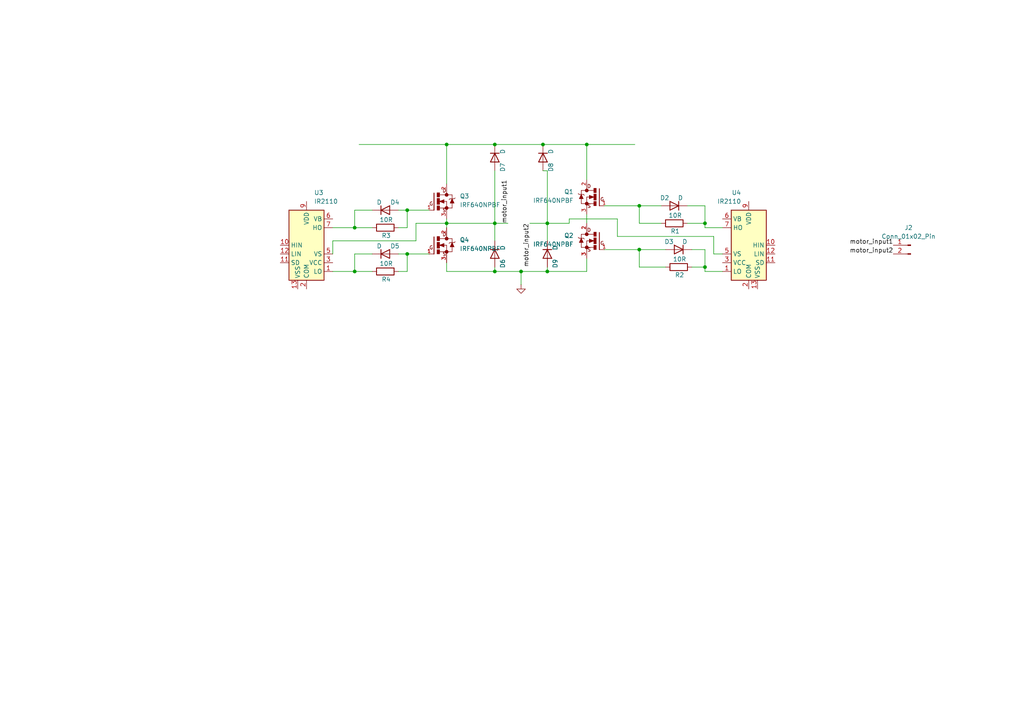
<source format=kicad_sch>
(kicad_sch (version 20231120) (generator "eeschema") (generator_version "8.0")
  (paper "A4")
  (lib_symbols
    (symbol "Connector:Conn_01x02_Pin" (pin_names (offset 1.016) hide)
      (property "Reference" "J" (at 0 2.54 0))
      (property "Value" "Conn_01x02_Pin" (at 0 -5.08 0))
      (symbol "Conn_01x02_Pin_1_1"
        (polyline (pts (xy 1.27 -2.54) (xy 0.8636 -2.54)) (stroke (width 0.1524)))
        (polyline (pts (xy 1.27 0) (xy 0.8636 0)) (stroke (width 0.1524)))
        (rectangle (start 0.8636 -2.413) (end 0 -2.667) (stroke (width 0.1524)) (fill (type outline)))
        (rectangle (start 0.8636 0.127) (end 0 -0.127) (stroke (width 0.1524)) (fill (type outline)))
        (pin passive line (at 5.08 0 180) (length 3.81) (name "Pin_1") (number "1"))
        (pin passive line (at 5.08 -2.54 180) (length 3.81) (name "Pin_2") (number "2"))
      )
    )
    (symbol "Device:D" (pin_numbers hide) (pin_names (offset 1.016) hide)
      (property "Reference" "D" (at 0 2.54 0))
      (property "Value" "D" (at 0 -2.54 0))
      (symbol "D_0_1"
        (polyline (pts (xy -1.27 1.27) (xy -1.27 -1.27)) (stroke (width 0.254)))
        (polyline (pts (xy 1.27 0) (xy -1.27 0)))
        (polyline (pts (xy 1.27 1.27) (xy 1.27 -1.27) (xy -1.27 0) (xy 1.27 1.27)) (stroke (width 0.254)))
      )
      (symbol "D_1_1"
        (pin passive line (at -3.81 0 0) (length 2.54) (name "K") (number "1"))
        (pin passive line (at 3.81 0 180) (length 2.54) (name "A") (number "2"))
      )
    )
    (symbol "Device:R" (pin_numbers hide) (pin_names (offset 0))
      (property "Reference" "R" (at 2.032 0 90))
      (property "Value" "R" (at 0 0 90))
      (symbol "R_0_1"
        (rectangle (start -1.016 -2.54) (end 1.016 2.54) (stroke (width 0.254)))
      )
      (symbol "R_1_1"
        (pin passive line (at 0 3.81 270) (length 1.27) (name "~") (number "1"))
        (pin passive line (at 0 -3.81 90) (length 1.27) (name "~") (number "2"))
      )
    )
    (symbol "Driver_FET:IR2110"
      (property "Reference" "U" (at 1.27 13.335 0))
      (property "Value" "IR2110" (at 1.27 11.43 0))
      (symbol "IR2110_0_1"
        (rectangle (start -5.08 -10.16) (end 5.08 10.16) (stroke (width 0.254)) (fill (type background)))
      )
      (symbol "IR2110_1_1"
        (pin output line (at 7.62 -7.62 180) (length 2.54) (name "LO") (number "1"))
        (pin input line (at -7.62 0 0) (length 2.54) (name "HIN") (number "10"))
        (pin input line (at -7.62 -5.08 0) (length 2.54) (name "SD") (number "11"))
        (pin input line (at -7.62 -2.54 0) (length 2.54) (name "LIN") (number "12"))
        (pin power_in line (at -2.54 -12.7 90) (length 2.54) (name "VSS") (number "13"))
        (pin no_connect line (at -5.08 2.54 0) (length 2.54) hide (name "NC") (number "14"))
        (pin power_in line (at 0 -12.7 90) (length 2.54) (name "COM") (number "2"))
        (pin power_in line (at 7.62 -5.08 180) (length 2.54) (name "VCC") (number "3"))
        (pin no_connect line (at -5.08 7.62 0) (length 2.54) hide (name "NC") (number "4"))
        (pin passive line (at 7.62 -2.54 180) (length 2.54) (name "VS") (number "5"))
        (pin passive line (at 7.62 7.62 180) (length 2.54) (name "VB") (number "6"))
        (pin output line (at 7.62 5.08 180) (length 2.54) (name "HO") (number "7"))
        (pin no_connect line (at -5.08 5.08 0) (length 2.54) hide (name "NC") (number "8"))
        (pin power_in line (at 0 12.7 270) (length 2.54) (name "VDD") (number "9"))
      )
    )
    (symbol "IRF640N:IRF640NPBF" (pin_names (offset 1.016))
      (property "Reference" "Q" (at 6.361 0 0))
      (property "Value" "IRF640NPBF" (at 6.351 -2.5404 0))
      (symbol "IRF640NPBF_0_0"
        (rectangle (start -0.2542 -2.5416) (end 0.508 -1.27) (stroke (width 0.1)) (fill (type outline)))
        (rectangle (start -0.2544 -0.8904) (end 0.508 0.889) (stroke (width 0.1)) (fill (type outline)))
        (rectangle (start -0.2544 1.2722) (end 0.508 2.54) (stroke (width 0.1)) (fill (type outline)))
        (polyline (pts (xy -1.1176 -2.54) (xy -2.54 -2.54)) (stroke (width 0.1524)))
        (polyline (pts (xy -1.1176 2.413) (xy -1.1176 -2.54)) (stroke (width 0.254)))
        (polyline (pts (xy 0.508 -1.905) (xy 2.54 -1.905)) (stroke (width 0.1524)))
        (polyline (pts (xy 0.508 0) (xy 1.778 -0.508)) (stroke (width 0.1524)))
        (polyline (pts (xy 0.762 0) (xy 1.651 -0.254)) (stroke (width 0.3048)))
        (polyline (pts (xy 1.651 -0.254) (xy 1.651 0)) (stroke (width 0.3048)))
        (polyline (pts (xy 1.651 0) (xy 1.397 0)) (stroke (width 0.3048)))
        (polyline (pts (xy 1.651 0) (xy 2.54 0)) (stroke (width 0.1524)))
        (polyline (pts (xy 1.651 0.254) (xy 0.762 0)) (stroke (width 0.3048)))
        (polyline (pts (xy 1.778 -0.508) (xy 1.778 0.508)) (stroke (width 0.1524)))
        (polyline (pts (xy 1.778 0.508) (xy 0.508 0)) (stroke (width 0.1524)))
        (polyline (pts (xy 2.54 -1.905) (xy 2.54 -2.54)) (stroke (width 0.1524)))
        (polyline (pts (xy 2.54 0) (xy 2.54 -1.905)) (stroke (width 0.1524)))
        (polyline (pts (xy 2.54 1.905) (xy 0.5334 1.905)) (stroke (width 0.1524)))
        (polyline (pts (xy 2.54 1.905) (xy 4.1275 1.905)) (stroke (width 0.1524)))
        (polyline (pts (xy 2.54 2.54) (xy 2.54 1.905)) (stroke (width 0.1524)))
        (polyline (pts (xy 3.4925 0.762) (xy 3.2385 0.508)) (stroke (width 0.1524)))
        (polyline (pts (xy 3.4925 0.762) (xy 4.1275 0.762)) (stroke (width 0.1524)))
        (polyline (pts (xy 3.5719 -0.4763) (xy 4.1275 -0.4763)) (stroke (width 0.1524)))
        (polyline (pts (xy 4.1275 -1.905) (xy 2.54 -1.905)) (stroke (width 0.1524)))
        (polyline (pts (xy 4.1275 -0.4763) (xy 4.1275 -1.905)) (stroke (width 0.1524)))
        (polyline (pts (xy 4.1275 -0.4763) (xy 4.6831 -0.4763)) (stroke (width 0.1524)))
        (polyline (pts (xy 4.1275 0.762) (xy 3.5719 -0.4763)) (stroke (width 0.1524)))
        (polyline (pts (xy 4.1275 0.762) (xy 4.7625 0.762)) (stroke (width 0.1524)))
        (polyline (pts (xy 4.1275 1.905) (xy 4.1275 0.762)) (stroke (width 0.1524)))
        (polyline (pts (xy 4.6831 -0.4763) (xy 4.1275 0.762)) (stroke (width 0.1524)))
        (polyline (pts (xy 4.7625 0.762) (xy 5.0165 1.016)) (stroke (width 0.1524)))
        (polyline (pts (xy 4.1275 0.635) (xy 3.6513 -0.3969) (xy 4.6038 -0.3969) (xy 4.1275 0.635)) (stroke (width 0.1524)) (fill (type outline)))
        (circle (center 2.54 -1.905) (radius 0.127) (stroke (width 0.4064)))
        (circle (center 2.54 1.905) (radius 0.127) (stroke (width 0.4064)))
        (text "D" (at 1.2714 2.5428 0) (effects (font (size 1.0171 1.0171)) (justify left bottom)))
        (text "G" (at -2.543 -1.2715 0) (effects (font (size 1.0172 1.0172)) (justify left bottom)))
        (text "S" (at 1.2724 -3.181 0) (effects (font (size 1.0179 1.0179)) (justify left bottom)))
        (pin passive line (at -2.54 -2.54 0) (length 0) (name "~") (number "1"))
        (pin passive line (at 2.54 5.08 270) (length 2.54) (name "~") (number "2"))
        (pin passive line (at 2.54 -5.08 90) (length 2.54) (name "~") (number "3"))
      )
    )
    (symbol "power:GND" (power) (pin_numbers hide) (pin_names (offset 0) hide)
      (property "Value" "GND" (at 0 -3.81 0))
      (symbol "GND_0_1"
        (polyline (pts (xy 0 0) (xy 0 -1.27) (xy 1.27 -1.27) (xy 0 -2.54) (xy -1.27 -1.27) (xy 0 -1.27)))
      )
      (symbol "GND_1_1"
        (pin power_in line (at 0 0 270) (length 0) (name "~") (number "1"))
      )
    )
  )
  (junction (at 129.54 41.91))
  (junction (at 118.11 60.96))
  (junction (at 204.47 64.77))
  (junction (at 204.47 77.47))
  (junction (at 118.11 73.66))
  (junction (at 143.51 78.74))
  (junction (at 158.75 78.74))
  (junction (at 185.42 59.69))
  (junction (at 158.75 64.77))
  (junction (at 157.48 41.91))
  (junction (at 185.42 72.39))
  (junction (at 143.51 41.91))
  (junction (at 151.13 78.74))
  (junction (at 102.87 78.74))
  (junction (at 143.51 64.77))
  (junction (at 170.18 41.91))
  (junction (at 102.87 66.04))
  (junction (at 129.54 64.77))
  (wire (pts (xy 185.42 59.69) (xy 191.77 59.69)))
  (wire (pts (xy 165.1 63.5) (xy 165.1 64.77)))
  (wire (pts (xy 118.11 60.96) (xy 124.46 60.96)))
  (wire (pts (xy 170.18 78.74) (xy 170.18 74.93)))
  (wire (pts (xy 204.47 59.69) (xy 199.39 59.69)))
  (wire (pts (xy 175.26 59.69) (xy 185.42 59.69)))
  (wire (pts (xy 193.04 77.47) (xy 185.42 77.47)))
  (wire (pts (xy 129.54 76.2) (xy 129.54 78.74)))
  (wire (pts (xy 207.01 68.58) (xy 179.07 68.58)))
  (wire (pts (xy 158.75 69.85) (xy 158.75 64.77)))
  (wire (pts (xy 118.11 66.04) (xy 118.11 60.96)))
  (wire (pts (xy 209.55 73.66) (xy 207.01 73.66)))
  (wire (pts (xy 96.52 73.66) (xy 96.52 69.85)))
  (wire (pts (xy 204.47 59.69) (xy 204.47 64.77)))
  (wire (pts (xy 129.54 64.77) (xy 129.54 66.04)))
  (wire (pts (xy 200.66 72.39) (xy 204.47 72.39)))
  (wire (pts (xy 170.18 62.23) (xy 170.18 64.77)))
  (wire (pts (xy 118.11 78.74) (xy 118.11 73.66)))
  (wire (pts (xy 115.57 73.66) (xy 118.11 73.66)))
  (wire (pts (xy 185.42 64.77) (xy 185.42 59.69)))
  (wire (pts (xy 158.75 49.53) (xy 157.48 49.53)))
  (wire (pts (xy 102.87 73.66) (xy 102.87 78.74)))
  (wire (pts (xy 151.13 78.74) (xy 158.75 78.74)))
  (wire (pts (xy 204.47 78.74) (xy 209.55 78.74)))
  (wire (pts (xy 107.95 60.96) (xy 102.87 60.96)))
  (wire (pts (xy 115.57 66.04) (xy 118.11 66.04)))
  (wire (pts (xy 102.87 78.74) (xy 107.95 78.74)))
  (wire (pts (xy 179.07 68.58) (xy 179.07 63.5)))
  (wire (pts (xy 153.67 64.77) (xy 158.75 64.77)))
  (wire (pts (xy 120.65 64.77) (xy 129.54 64.77)))
  (wire (pts (xy 185.42 77.47) (xy 185.42 72.39)))
  (wire (pts (xy 104.14 41.91) (xy 129.54 41.91)))
  (wire (pts (xy 204.47 64.77) (xy 204.47 66.04)))
  (wire (pts (xy 107.95 73.66) (xy 102.87 73.66)))
  (wire (pts (xy 96.52 78.74) (xy 102.87 78.74)))
  (wire (pts (xy 175.26 72.39) (xy 185.42 72.39)))
  (wire (pts (xy 199.39 64.77) (xy 204.47 64.77)))
  (wire (pts (xy 143.51 77.47) (xy 143.51 78.74)))
  (wire (pts (xy 129.54 63.5) (xy 129.54 64.77)))
  (wire (pts (xy 129.54 41.91) (xy 143.51 41.91)))
  (wire (pts (xy 179.07 63.5) (xy 165.1 63.5)))
  (wire (pts (xy 143.51 41.91) (xy 157.48 41.91)))
  (wire (pts (xy 102.87 60.96) (xy 102.87 66.04)))
  (wire (pts (xy 158.75 64.77) (xy 158.75 49.53)))
  (wire (pts (xy 96.52 66.04) (xy 102.87 66.04)))
  (wire (pts (xy 115.57 78.74) (xy 118.11 78.74)))
  (wire (pts (xy 170.18 41.91) (xy 170.18 52.07)))
  (wire (pts (xy 129.54 64.77) (xy 143.51 64.77)))
  (wire (pts (xy 118.11 73.66) (xy 124.46 73.66)))
  (wire (pts (xy 143.51 64.77) (xy 143.51 69.85)))
  (wire (pts (xy 143.51 64.77) (xy 147.32 64.77)))
  (wire (pts (xy 129.54 78.74) (xy 143.51 78.74)))
  (wire (pts (xy 204.47 72.39) (xy 204.47 77.47)))
  (wire (pts (xy 204.47 77.47) (xy 204.47 78.74)))
  (wire (pts (xy 129.54 41.91) (xy 129.54 53.34)))
  (wire (pts (xy 200.66 77.47) (xy 204.47 77.47)))
  (wire (pts (xy 96.52 69.85) (xy 120.65 69.85)))
  (wire (pts (xy 151.13 78.74) (xy 151.13 82.55)))
  (wire (pts (xy 143.51 78.74) (xy 151.13 78.74)))
  (wire (pts (xy 207.01 73.66) (xy 207.01 68.58)))
  (wire (pts (xy 165.1 64.77) (xy 158.75 64.77)))
  (wire (pts (xy 191.77 64.77) (xy 185.42 64.77)))
  (wire (pts (xy 158.75 77.47) (xy 158.75 78.74)))
  (wire (pts (xy 143.51 49.53) (xy 143.51 64.77)))
  (wire (pts (xy 158.75 78.74) (xy 170.18 78.74)))
  (wire (pts (xy 102.87 66.04) (xy 107.95 66.04)))
  (wire (pts (xy 120.65 69.85) (xy 120.65 64.77)))
  (wire (pts (xy 185.42 72.39) (xy 193.04 72.39)))
  (wire (pts (xy 157.48 41.91) (xy 170.18 41.91)))
  (wire (pts (xy 170.18 41.91) (xy 184.15 41.91)))
  (wire (pts (xy 115.57 60.96) (xy 118.11 60.96)))
  (wire (pts (xy 209.55 66.04) (xy 204.47 66.04)))
  (label "motor_input1" (at 259.08 71.12 180))
  (label "motor_input1" (at 147.32 64.77 90))
  (label "motor_input2" (at 259.08 73.66 180))
  (label "motor_input2" (at 153.67 64.77 270))
  (symbol (lib_id "Device:D") (at 143.51 45.72 270) (unit 1)
    (property "Reference" "D7" (at 145.796 48.514 0))
    (property "Value" "D" (at 145.796 43.942 0))
    (property "Description" "Diode" (effects (hide yes)))
    (property "Sim.Device" "D" (effects (hide yes)))
    (property "Sim.Pins" "1=K 2=A" (effects (hide yes)))
  )
  (symbol (lib_id "IRF640N:IRF640NPBF") (at 127 58.42 0) (unit 1)
    (property "Reference" "Q3" (at 133.35 56.8887 0) (effects (justify left)))
    (property "Value" "IRF640NPBF" (at 133.35 59.4287 0) (effects (justify left)))
    (property "DigiKey_Part_Number" "IRF640NPBF-ND" (effects (hide yes)))
    (property "SnapEDA_Link" "https://www.snapeda.com/parts/IRF640NPBF/Infineon/view-part/?ref=snap" (effects (hide yes)))
    (property "Description_1" "\n                        \n                            MOSFET, Power,N-Ch,VDSS 200V,RDS(ON) 0.15Ohm,ID 18A,TO-220AB,PD 150W,VGS +/-20V | Infineon IRF640NPBF\n                        \n" (effects (hide yes)))
    (property "MF" "Infineon" (effects (hide yes)))
    (property "Package" "TO-220-3 Infineon" (effects (hide yes)))
    (property "Check_prices" "https://www.snapeda.com/parts/IRF640NPBF/Infineon/view-part/?ref=eda" (effects (hide yes)))
    (property "MP" "IRF640NPBF" (effects (hide yes)))
  )
  (symbol (lib_id "Device:R") (at 111.76 66.04 90) (unit 1)
    (property "Reference" "R3" (at 112.014 68.326 90))
    (property "Value" "10R" (at 112.014 63.754 90))
    (property "Description" "Resistor" (effects (hide yes)))
  )
  (symbol (lib_id "Device:D") (at 157.48 45.72 270) (unit 1)
    (property "Reference" "D8" (at 159.766 48.514 0))
    (property "Value" "D" (at 159.766 43.942 0))
    (property "Description" "Diode" (effects (hide yes)))
    (property "Sim.Device" "D" (effects (hide yes)))
    (property "Sim.Pins" "1=K 2=A" (effects (hide yes)))
  )
  (symbol (lib_id "Device:R") (at 111.76 78.74 90) (unit 1)
    (property "Reference" "R4" (at 112.014 81.026 90))
    (property "Value" "10R" (at 112.014 76.454 90))
    (property "Description" "Resistor" (effects (hide yes)))
  )
  (symbol (lib_id "Device:D") (at 158.75 73.66 270) (unit 1)
    (property "Reference" "D9" (at 161.036 76.454 0))
    (property "Value" "D" (at 161.036 71.882 0))
    (property "Description" "Diode" (effects (hide yes)))
    (property "Sim.Device" "D" (effects (hide yes)))
    (property "Sim.Pins" "1=K 2=A" (effects (hide yes)))
  )
  (symbol (lib_id "Device:D") (at 111.76 73.66 0) (unit 1)
    (property "Reference" "D5" (at 114.554 71.374 0))
    (property "Value" "D" (at 109.982 71.374 0))
    (property "Description" "Diode" (effects (hide yes)))
    (property "Sim.Device" "D" (effects (hide yes)))
    (property "Sim.Pins" "1=K 2=A" (effects (hide yes)))
  )
  (symbol (lib_id "Device:R") (at 196.85 77.47 90) (unit 1)
    (property "Reference" "R2" (at 197.104 79.756 90))
    (property "Value" "10R" (at 197.104 75.184 90))
    (property "Description" "Resistor" (effects (hide yes)))
  )
  (symbol (lib_id "Device:D") (at 143.51 73.66 270) (unit 1)
    (property "Reference" "D6" (at 145.796 76.454 0))
    (property "Value" "D" (at 145.796 71.882 0))
    (property "Description" "Diode" (effects (hide yes)))
    (property "Sim.Device" "D" (effects (hide yes)))
    (property "Sim.Pins" "1=K 2=A" (effects (hide yes)))
  )
  (symbol (lib_id "IRF640N:IRF640NPBF") (at 172.72 69.85 0) (mirror y) (unit 1)
    (property "Reference" "Q2" (at 166.37 68.3187 0) (effects (justify left)))
    (property "Value" "IRF640NPBF" (at 166.37 70.8587 0) (effects (justify left)))
    (property "DigiKey_Part_Number" "IRF640NPBF-ND" (effects (hide yes)))
    (property "SnapEDA_Link" "https://www.snapeda.com/parts/IRF640NPBF/Infineon/view-part/?ref=snap" (effects (hide yes)))
    (property "Description_1" "\n                        \n                            MOSFET, Power,N-Ch,VDSS 200V,RDS(ON) 0.15Ohm,ID 18A,TO-220AB,PD 150W,VGS +/-20V | Infineon IRF640NPBF\n                        \n" (effects (hide yes)))
    (property "MF" "Infineon" (effects (hide yes)))
    (property "Package" "TO-220-3 Infineon" (effects (hide yes)))
    (property "Check_prices" "https://www.snapeda.com/parts/IRF640NPBF/Infineon/view-part/?ref=eda" (effects (hide yes)))
    (property "MP" "IRF640NPBF" (effects (hide yes)))
  )
  (symbol (lib_id "Driver_FET:IR2110") (at 88.9 71.12 0) (unit 1)
    (property "Reference" "U3" (at 91.0941 55.88 0) (effects (justify left)))
    (property "Value" "IR2110" (at 91.0941 58.42 0) (effects (justify left)))
    (property "Footprint" "Package_DIP:DIP-14_W7.62mm" (effects (hide yes)))
    (property "Datasheet" "https://www.infineon.com/dgdl/ir2110.pdf?fileId=5546d462533600a4015355c80333167e" (effects (hide yes)))
    (property "Description" "High and Low Side Driver, 500V, 2.0/2.0A, PDIP-14" (effects (hide yes)))
  )
  (symbol (lib_id "Device:R") (at 195.58 64.77 90) (unit 1)
    (property "Reference" "R1" (at 195.834 67.056 90))
    (property "Value" "10R" (at 195.834 62.484 90))
    (property "Description" "Resistor" (effects (hide yes)))
  )
  (symbol (lib_id "Driver_FET:IR2110") (at 217.17 71.12 0) (mirror y) (unit 1)
    (property "Reference" "U4" (at 214.9759 55.88 0) (effects (justify left)))
    (property "Value" "IR2110" (at 214.9759 58.42 0) (effects (justify left)))
    (property "Footprint" "Package_DIP:DIP-14_W7.62mm" (effects (hide yes)))
    (property "Datasheet" "https://www.infineon.com/dgdl/ir2110.pdf?fileId=5546d462533600a4015355c80333167e" (effects (hide yes)))
    (property "Description" "High and Low Side Driver, 500V, 2.0/2.0A, PDIP-14" (effects (hide yes)))
  )
  (symbol (lib_id "Device:D") (at 195.58 59.69 0) (mirror y) (unit 1)
    (property "Reference" "D2" (at 192.786 57.404 0))
    (property "Value" "D" (at 197.358 57.404 0))
    (property "Description" "Diode" (effects (hide yes)))
    (property "Sim.Device" "D" (effects (hide yes)))
    (property "Sim.Pins" "1=K 2=A" (effects (hide yes)))
  )
  (symbol (lib_id "IRF640N:IRF640NPBF") (at 127 71.12 0) (unit 1)
    (property "Reference" "Q4" (at 133.35 69.5887 0) (effects (justify left)))
    (property "Value" "IRF640NPBF" (at 133.35 72.1287 0) (effects (justify left)))
    (property "DigiKey_Part_Number" "IRF640NPBF-ND" (effects (hide yes)))
    (property "SnapEDA_Link" "https://www.snapeda.com/parts/IRF640NPBF/Infineon/view-part/?ref=snap" (effects (hide yes)))
    (property "Description_1" "\n                        \n                            MOSFET, Power,N-Ch,VDSS 200V,RDS(ON) 0.15Ohm,ID 18A,TO-220AB,PD 150W,VGS +/-20V | Infineon IRF640NPBF\n                        \n" (effects (hide yes)))
    (property "MF" "Infineon" (effects (hide yes)))
    (property "Package" "TO-220-3 Infineon" (effects (hide yes)))
    (property "Check_prices" "https://www.snapeda.com/parts/IRF640NPBF/Infineon/view-part/?ref=eda" (effects (hide yes)))
    (property "MP" "IRF640NPBF" (effects (hide yes)))
  )
  (symbol (lib_id "Device:D") (at 111.76 60.96 0) (unit 1)
    (property "Reference" "D4" (at 114.554 58.674 0))
    (property "Value" "D" (at 109.982 58.674 0))
    (property "Description" "Diode" (effects (hide yes)))
    (property "Sim.Device" "D" (effects (hide yes)))
    (property "Sim.Pins" "1=K 2=A" (effects (hide yes)))
  )
  (symbol (lib_id "Device:D") (at 196.85 72.39 0) (mirror y) (unit 1)
    (property "Reference" "D3" (at 194.056 70.104 0))
    (property "Value" "D" (at 198.628 70.104 0))
    (property "Description" "Diode" (effects (hide yes)))
    (property "Sim.Device" "D" (effects (hide yes)))
    (property "Sim.Pins" "1=K 2=A" (effects (hide yes)))
  )
  (symbol (lib_id "IRF640N:IRF640NPBF") (at 172.72 57.15 0) (mirror y) (unit 1)
    (property "Reference" "Q1" (at 166.37 55.6187 0) (effects (justify left)))
    (property "Value" "IRF640NPBF" (at 166.37 58.1587 0) (effects (justify left)))
    (property "DigiKey_Part_Number" "IRF640NPBF-ND" (effects (hide yes)))
    (property "SnapEDA_Link" "https://www.snapeda.com/parts/IRF640NPBF/Infineon/view-part/?ref=snap" (effects (hide yes)))
    (property "Description_1" "\n                        \n                            MOSFET, Power,N-Ch,VDSS 200V,RDS(ON) 0.15Ohm,ID 18A,TO-220AB,PD 150W,VGS +/-20V | Infineon IRF640NPBF\n                        \n" (effects (hide yes)))
    (property "MF" "Infineon" (effects (hide yes)))
    (property "Package" "TO-220-3 Infineon" (effects (hide yes)))
    (property "Check_prices" "https://www.snapeda.com/parts/IRF640NPBF/Infineon/view-part/?ref=eda" (effects (hide yes)))
    (property "MP" "IRF640NPBF" (effects (hide yes)))
  )
  (symbol (lib_id "power:GND") (at 151.13 82.55 0) (unit 1)
    (property "Reference" "#PWR03" (effects (hide yes)))
    (property "Value" "GND" (effects (hide yes)))
    (property "Description" "Power symbol creates a global label with name \"GND\" , ground" (effects (hide yes)))
  )
  (symbol (lib_id "Connector:Conn_01x02_Pin") (at 264.16 71.12 0) (mirror y) (unit 1)
    (property "Reference" "J2" (at 263.525 66.04 0))
    (property "Value" "Conn_01x02_Pin" (at 263.525 68.58 0))
    (property "Description" "Generic connector, single row, 01x02, script generated" (effects (hide yes)))
  )
)
</source>
